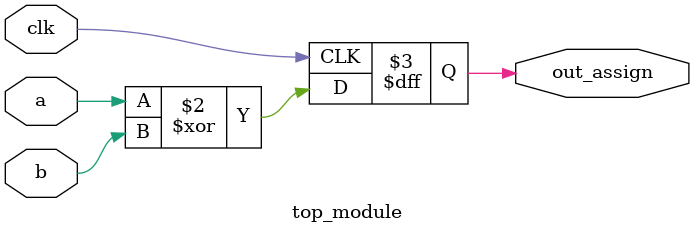
<source format=v>
module top_module(
    input clk,
    input a,
    input b,
    output wire out_assign
);

    always @(posedge clk) begin
        out_assign = a ^ b;
    end

endmodule
</source>
